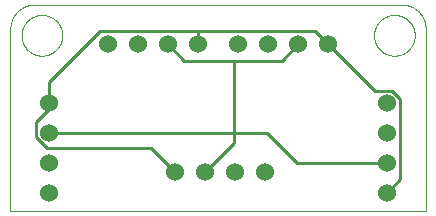
<source format=gtl>
G75*
%MOIN*%
%OFA0B0*%
%FSLAX25Y25*%
%IPPOS*%
%LPD*%
%AMOC8*
5,1,8,0,0,1.08239X$1,22.5*
%
%ADD10C,0.00000*%
%ADD11C,0.06000*%
%ADD12C,0.01000*%
D10*
X0001045Y0007391D02*
X0001045Y0068217D01*
X0001047Y0068407D01*
X0001054Y0068597D01*
X0001066Y0068787D01*
X0001082Y0068977D01*
X0001102Y0069166D01*
X0001128Y0069355D01*
X0001157Y0069543D01*
X0001192Y0069730D01*
X0001231Y0069916D01*
X0001274Y0070101D01*
X0001322Y0070286D01*
X0001374Y0070469D01*
X0001430Y0070650D01*
X0001491Y0070830D01*
X0001557Y0071009D01*
X0001626Y0071186D01*
X0001700Y0071362D01*
X0001778Y0071535D01*
X0001861Y0071707D01*
X0001947Y0071876D01*
X0002037Y0072044D01*
X0002132Y0072209D01*
X0002230Y0072372D01*
X0002333Y0072532D01*
X0002439Y0072690D01*
X0002549Y0072845D01*
X0002662Y0072998D01*
X0002780Y0073148D01*
X0002901Y0073294D01*
X0003025Y0073438D01*
X0003153Y0073579D01*
X0003284Y0073717D01*
X0003419Y0073852D01*
X0003557Y0073983D01*
X0003698Y0074111D01*
X0003842Y0074235D01*
X0003988Y0074356D01*
X0004138Y0074474D01*
X0004291Y0074587D01*
X0004446Y0074697D01*
X0004604Y0074803D01*
X0004764Y0074906D01*
X0004927Y0075004D01*
X0005092Y0075099D01*
X0005260Y0075189D01*
X0005429Y0075275D01*
X0005601Y0075358D01*
X0005774Y0075436D01*
X0005950Y0075510D01*
X0006127Y0075579D01*
X0006306Y0075645D01*
X0006486Y0075706D01*
X0006667Y0075762D01*
X0006850Y0075814D01*
X0007035Y0075862D01*
X0007220Y0075905D01*
X0007406Y0075944D01*
X0007593Y0075979D01*
X0007781Y0076008D01*
X0007970Y0076034D01*
X0008159Y0076054D01*
X0008349Y0076070D01*
X0008539Y0076082D01*
X0008729Y0076089D01*
X0008919Y0076091D01*
X0131593Y0076091D01*
X0131783Y0076089D01*
X0131973Y0076082D01*
X0132163Y0076070D01*
X0132353Y0076054D01*
X0132542Y0076034D01*
X0132731Y0076008D01*
X0132919Y0075979D01*
X0133106Y0075944D01*
X0133292Y0075905D01*
X0133477Y0075862D01*
X0133662Y0075814D01*
X0133845Y0075762D01*
X0134026Y0075706D01*
X0134206Y0075645D01*
X0134385Y0075579D01*
X0134562Y0075510D01*
X0134738Y0075436D01*
X0134911Y0075358D01*
X0135083Y0075275D01*
X0135252Y0075189D01*
X0135420Y0075099D01*
X0135585Y0075004D01*
X0135748Y0074906D01*
X0135908Y0074803D01*
X0136066Y0074697D01*
X0136221Y0074587D01*
X0136374Y0074474D01*
X0136524Y0074356D01*
X0136670Y0074235D01*
X0136814Y0074111D01*
X0136955Y0073983D01*
X0137093Y0073852D01*
X0137228Y0073717D01*
X0137359Y0073579D01*
X0137487Y0073438D01*
X0137611Y0073294D01*
X0137732Y0073148D01*
X0137850Y0072998D01*
X0137963Y0072845D01*
X0138073Y0072690D01*
X0138179Y0072532D01*
X0138282Y0072372D01*
X0138380Y0072209D01*
X0138475Y0072044D01*
X0138565Y0071876D01*
X0138651Y0071707D01*
X0138734Y0071535D01*
X0138812Y0071362D01*
X0138886Y0071186D01*
X0138955Y0071009D01*
X0139021Y0070830D01*
X0139082Y0070650D01*
X0139138Y0070469D01*
X0139190Y0070286D01*
X0139238Y0070101D01*
X0139281Y0069916D01*
X0139320Y0069730D01*
X0139355Y0069543D01*
X0139384Y0069355D01*
X0139410Y0069166D01*
X0139430Y0068977D01*
X0139446Y0068787D01*
X0139458Y0068597D01*
X0139465Y0068407D01*
X0139467Y0068217D01*
X0139467Y0007391D01*
X0001045Y0007391D01*
X0004754Y0065891D02*
X0004756Y0066058D01*
X0004762Y0066224D01*
X0004772Y0066391D01*
X0004787Y0066557D01*
X0004805Y0066722D01*
X0004828Y0066887D01*
X0004854Y0067052D01*
X0004884Y0067216D01*
X0004919Y0067379D01*
X0004958Y0067541D01*
X0005000Y0067702D01*
X0005046Y0067862D01*
X0005097Y0068021D01*
X0005151Y0068179D01*
X0005209Y0068335D01*
X0005271Y0068490D01*
X0005337Y0068643D01*
X0005406Y0068795D01*
X0005479Y0068944D01*
X0005556Y0069092D01*
X0005636Y0069238D01*
X0005720Y0069382D01*
X0005808Y0069524D01*
X0005898Y0069664D01*
X0005993Y0069801D01*
X0006090Y0069936D01*
X0006191Y0070069D01*
X0006295Y0070199D01*
X0006403Y0070327D01*
X0006513Y0070452D01*
X0006627Y0070574D01*
X0006743Y0070693D01*
X0006862Y0070809D01*
X0006984Y0070923D01*
X0007109Y0071033D01*
X0007237Y0071141D01*
X0007367Y0071245D01*
X0007500Y0071346D01*
X0007635Y0071443D01*
X0007772Y0071538D01*
X0007912Y0071628D01*
X0008054Y0071716D01*
X0008198Y0071800D01*
X0008344Y0071880D01*
X0008492Y0071957D01*
X0008641Y0072030D01*
X0008793Y0072099D01*
X0008946Y0072165D01*
X0009101Y0072227D01*
X0009257Y0072285D01*
X0009415Y0072339D01*
X0009574Y0072390D01*
X0009734Y0072436D01*
X0009895Y0072478D01*
X0010057Y0072517D01*
X0010220Y0072552D01*
X0010384Y0072582D01*
X0010549Y0072608D01*
X0010714Y0072631D01*
X0010879Y0072649D01*
X0011045Y0072664D01*
X0011212Y0072674D01*
X0011378Y0072680D01*
X0011545Y0072682D01*
X0011712Y0072680D01*
X0011878Y0072674D01*
X0012045Y0072664D01*
X0012211Y0072649D01*
X0012376Y0072631D01*
X0012541Y0072608D01*
X0012706Y0072582D01*
X0012870Y0072552D01*
X0013033Y0072517D01*
X0013195Y0072478D01*
X0013356Y0072436D01*
X0013516Y0072390D01*
X0013675Y0072339D01*
X0013833Y0072285D01*
X0013989Y0072227D01*
X0014144Y0072165D01*
X0014297Y0072099D01*
X0014449Y0072030D01*
X0014598Y0071957D01*
X0014746Y0071880D01*
X0014892Y0071800D01*
X0015036Y0071716D01*
X0015178Y0071628D01*
X0015318Y0071538D01*
X0015455Y0071443D01*
X0015590Y0071346D01*
X0015723Y0071245D01*
X0015853Y0071141D01*
X0015981Y0071033D01*
X0016106Y0070923D01*
X0016228Y0070809D01*
X0016347Y0070693D01*
X0016463Y0070574D01*
X0016577Y0070452D01*
X0016687Y0070327D01*
X0016795Y0070199D01*
X0016899Y0070069D01*
X0017000Y0069936D01*
X0017097Y0069801D01*
X0017192Y0069664D01*
X0017282Y0069524D01*
X0017370Y0069382D01*
X0017454Y0069238D01*
X0017534Y0069092D01*
X0017611Y0068944D01*
X0017684Y0068795D01*
X0017753Y0068643D01*
X0017819Y0068490D01*
X0017881Y0068335D01*
X0017939Y0068179D01*
X0017993Y0068021D01*
X0018044Y0067862D01*
X0018090Y0067702D01*
X0018132Y0067541D01*
X0018171Y0067379D01*
X0018206Y0067216D01*
X0018236Y0067052D01*
X0018262Y0066887D01*
X0018285Y0066722D01*
X0018303Y0066557D01*
X0018318Y0066391D01*
X0018328Y0066224D01*
X0018334Y0066058D01*
X0018336Y0065891D01*
X0018334Y0065724D01*
X0018328Y0065558D01*
X0018318Y0065391D01*
X0018303Y0065225D01*
X0018285Y0065060D01*
X0018262Y0064895D01*
X0018236Y0064730D01*
X0018206Y0064566D01*
X0018171Y0064403D01*
X0018132Y0064241D01*
X0018090Y0064080D01*
X0018044Y0063920D01*
X0017993Y0063761D01*
X0017939Y0063603D01*
X0017881Y0063447D01*
X0017819Y0063292D01*
X0017753Y0063139D01*
X0017684Y0062987D01*
X0017611Y0062838D01*
X0017534Y0062690D01*
X0017454Y0062544D01*
X0017370Y0062400D01*
X0017282Y0062258D01*
X0017192Y0062118D01*
X0017097Y0061981D01*
X0017000Y0061846D01*
X0016899Y0061713D01*
X0016795Y0061583D01*
X0016687Y0061455D01*
X0016577Y0061330D01*
X0016463Y0061208D01*
X0016347Y0061089D01*
X0016228Y0060973D01*
X0016106Y0060859D01*
X0015981Y0060749D01*
X0015853Y0060641D01*
X0015723Y0060537D01*
X0015590Y0060436D01*
X0015455Y0060339D01*
X0015318Y0060244D01*
X0015178Y0060154D01*
X0015036Y0060066D01*
X0014892Y0059982D01*
X0014746Y0059902D01*
X0014598Y0059825D01*
X0014449Y0059752D01*
X0014297Y0059683D01*
X0014144Y0059617D01*
X0013989Y0059555D01*
X0013833Y0059497D01*
X0013675Y0059443D01*
X0013516Y0059392D01*
X0013356Y0059346D01*
X0013195Y0059304D01*
X0013033Y0059265D01*
X0012870Y0059230D01*
X0012706Y0059200D01*
X0012541Y0059174D01*
X0012376Y0059151D01*
X0012211Y0059133D01*
X0012045Y0059118D01*
X0011878Y0059108D01*
X0011712Y0059102D01*
X0011545Y0059100D01*
X0011378Y0059102D01*
X0011212Y0059108D01*
X0011045Y0059118D01*
X0010879Y0059133D01*
X0010714Y0059151D01*
X0010549Y0059174D01*
X0010384Y0059200D01*
X0010220Y0059230D01*
X0010057Y0059265D01*
X0009895Y0059304D01*
X0009734Y0059346D01*
X0009574Y0059392D01*
X0009415Y0059443D01*
X0009257Y0059497D01*
X0009101Y0059555D01*
X0008946Y0059617D01*
X0008793Y0059683D01*
X0008641Y0059752D01*
X0008492Y0059825D01*
X0008344Y0059902D01*
X0008198Y0059982D01*
X0008054Y0060066D01*
X0007912Y0060154D01*
X0007772Y0060244D01*
X0007635Y0060339D01*
X0007500Y0060436D01*
X0007367Y0060537D01*
X0007237Y0060641D01*
X0007109Y0060749D01*
X0006984Y0060859D01*
X0006862Y0060973D01*
X0006743Y0061089D01*
X0006627Y0061208D01*
X0006513Y0061330D01*
X0006403Y0061455D01*
X0006295Y0061583D01*
X0006191Y0061713D01*
X0006090Y0061846D01*
X0005993Y0061981D01*
X0005898Y0062118D01*
X0005808Y0062258D01*
X0005720Y0062400D01*
X0005636Y0062544D01*
X0005556Y0062690D01*
X0005479Y0062838D01*
X0005406Y0062987D01*
X0005337Y0063139D01*
X0005271Y0063292D01*
X0005209Y0063447D01*
X0005151Y0063603D01*
X0005097Y0063761D01*
X0005046Y0063920D01*
X0005000Y0064080D01*
X0004958Y0064241D01*
X0004919Y0064403D01*
X0004884Y0064566D01*
X0004854Y0064730D01*
X0004828Y0064895D01*
X0004805Y0065060D01*
X0004787Y0065225D01*
X0004772Y0065391D01*
X0004762Y0065558D01*
X0004756Y0065724D01*
X0004754Y0065891D01*
X0122254Y0065891D02*
X0122256Y0066058D01*
X0122262Y0066224D01*
X0122272Y0066391D01*
X0122287Y0066557D01*
X0122305Y0066722D01*
X0122328Y0066887D01*
X0122354Y0067052D01*
X0122384Y0067216D01*
X0122419Y0067379D01*
X0122458Y0067541D01*
X0122500Y0067702D01*
X0122546Y0067862D01*
X0122597Y0068021D01*
X0122651Y0068179D01*
X0122709Y0068335D01*
X0122771Y0068490D01*
X0122837Y0068643D01*
X0122906Y0068795D01*
X0122979Y0068944D01*
X0123056Y0069092D01*
X0123136Y0069238D01*
X0123220Y0069382D01*
X0123308Y0069524D01*
X0123398Y0069664D01*
X0123493Y0069801D01*
X0123590Y0069936D01*
X0123691Y0070069D01*
X0123795Y0070199D01*
X0123903Y0070327D01*
X0124013Y0070452D01*
X0124127Y0070574D01*
X0124243Y0070693D01*
X0124362Y0070809D01*
X0124484Y0070923D01*
X0124609Y0071033D01*
X0124737Y0071141D01*
X0124867Y0071245D01*
X0125000Y0071346D01*
X0125135Y0071443D01*
X0125272Y0071538D01*
X0125412Y0071628D01*
X0125554Y0071716D01*
X0125698Y0071800D01*
X0125844Y0071880D01*
X0125992Y0071957D01*
X0126141Y0072030D01*
X0126293Y0072099D01*
X0126446Y0072165D01*
X0126601Y0072227D01*
X0126757Y0072285D01*
X0126915Y0072339D01*
X0127074Y0072390D01*
X0127234Y0072436D01*
X0127395Y0072478D01*
X0127557Y0072517D01*
X0127720Y0072552D01*
X0127884Y0072582D01*
X0128049Y0072608D01*
X0128214Y0072631D01*
X0128379Y0072649D01*
X0128545Y0072664D01*
X0128712Y0072674D01*
X0128878Y0072680D01*
X0129045Y0072682D01*
X0129212Y0072680D01*
X0129378Y0072674D01*
X0129545Y0072664D01*
X0129711Y0072649D01*
X0129876Y0072631D01*
X0130041Y0072608D01*
X0130206Y0072582D01*
X0130370Y0072552D01*
X0130533Y0072517D01*
X0130695Y0072478D01*
X0130856Y0072436D01*
X0131016Y0072390D01*
X0131175Y0072339D01*
X0131333Y0072285D01*
X0131489Y0072227D01*
X0131644Y0072165D01*
X0131797Y0072099D01*
X0131949Y0072030D01*
X0132098Y0071957D01*
X0132246Y0071880D01*
X0132392Y0071800D01*
X0132536Y0071716D01*
X0132678Y0071628D01*
X0132818Y0071538D01*
X0132955Y0071443D01*
X0133090Y0071346D01*
X0133223Y0071245D01*
X0133353Y0071141D01*
X0133481Y0071033D01*
X0133606Y0070923D01*
X0133728Y0070809D01*
X0133847Y0070693D01*
X0133963Y0070574D01*
X0134077Y0070452D01*
X0134187Y0070327D01*
X0134295Y0070199D01*
X0134399Y0070069D01*
X0134500Y0069936D01*
X0134597Y0069801D01*
X0134692Y0069664D01*
X0134782Y0069524D01*
X0134870Y0069382D01*
X0134954Y0069238D01*
X0135034Y0069092D01*
X0135111Y0068944D01*
X0135184Y0068795D01*
X0135253Y0068643D01*
X0135319Y0068490D01*
X0135381Y0068335D01*
X0135439Y0068179D01*
X0135493Y0068021D01*
X0135544Y0067862D01*
X0135590Y0067702D01*
X0135632Y0067541D01*
X0135671Y0067379D01*
X0135706Y0067216D01*
X0135736Y0067052D01*
X0135762Y0066887D01*
X0135785Y0066722D01*
X0135803Y0066557D01*
X0135818Y0066391D01*
X0135828Y0066224D01*
X0135834Y0066058D01*
X0135836Y0065891D01*
X0135834Y0065724D01*
X0135828Y0065558D01*
X0135818Y0065391D01*
X0135803Y0065225D01*
X0135785Y0065060D01*
X0135762Y0064895D01*
X0135736Y0064730D01*
X0135706Y0064566D01*
X0135671Y0064403D01*
X0135632Y0064241D01*
X0135590Y0064080D01*
X0135544Y0063920D01*
X0135493Y0063761D01*
X0135439Y0063603D01*
X0135381Y0063447D01*
X0135319Y0063292D01*
X0135253Y0063139D01*
X0135184Y0062987D01*
X0135111Y0062838D01*
X0135034Y0062690D01*
X0134954Y0062544D01*
X0134870Y0062400D01*
X0134782Y0062258D01*
X0134692Y0062118D01*
X0134597Y0061981D01*
X0134500Y0061846D01*
X0134399Y0061713D01*
X0134295Y0061583D01*
X0134187Y0061455D01*
X0134077Y0061330D01*
X0133963Y0061208D01*
X0133847Y0061089D01*
X0133728Y0060973D01*
X0133606Y0060859D01*
X0133481Y0060749D01*
X0133353Y0060641D01*
X0133223Y0060537D01*
X0133090Y0060436D01*
X0132955Y0060339D01*
X0132818Y0060244D01*
X0132678Y0060154D01*
X0132536Y0060066D01*
X0132392Y0059982D01*
X0132246Y0059902D01*
X0132098Y0059825D01*
X0131949Y0059752D01*
X0131797Y0059683D01*
X0131644Y0059617D01*
X0131489Y0059555D01*
X0131333Y0059497D01*
X0131175Y0059443D01*
X0131016Y0059392D01*
X0130856Y0059346D01*
X0130695Y0059304D01*
X0130533Y0059265D01*
X0130370Y0059230D01*
X0130206Y0059200D01*
X0130041Y0059174D01*
X0129876Y0059151D01*
X0129711Y0059133D01*
X0129545Y0059118D01*
X0129378Y0059108D01*
X0129212Y0059102D01*
X0129045Y0059100D01*
X0128878Y0059102D01*
X0128712Y0059108D01*
X0128545Y0059118D01*
X0128379Y0059133D01*
X0128214Y0059151D01*
X0128049Y0059174D01*
X0127884Y0059200D01*
X0127720Y0059230D01*
X0127557Y0059265D01*
X0127395Y0059304D01*
X0127234Y0059346D01*
X0127074Y0059392D01*
X0126915Y0059443D01*
X0126757Y0059497D01*
X0126601Y0059555D01*
X0126446Y0059617D01*
X0126293Y0059683D01*
X0126141Y0059752D01*
X0125992Y0059825D01*
X0125844Y0059902D01*
X0125698Y0059982D01*
X0125554Y0060066D01*
X0125412Y0060154D01*
X0125272Y0060244D01*
X0125135Y0060339D01*
X0125000Y0060436D01*
X0124867Y0060537D01*
X0124737Y0060641D01*
X0124609Y0060749D01*
X0124484Y0060859D01*
X0124362Y0060973D01*
X0124243Y0061089D01*
X0124127Y0061208D01*
X0124013Y0061330D01*
X0123903Y0061455D01*
X0123795Y0061583D01*
X0123691Y0061713D01*
X0123590Y0061846D01*
X0123493Y0061981D01*
X0123398Y0062118D01*
X0123308Y0062258D01*
X0123220Y0062400D01*
X0123136Y0062544D01*
X0123056Y0062690D01*
X0122979Y0062838D01*
X0122906Y0062987D01*
X0122837Y0063139D01*
X0122771Y0063292D01*
X0122709Y0063447D01*
X0122651Y0063603D01*
X0122597Y0063761D01*
X0122546Y0063920D01*
X0122500Y0064080D01*
X0122458Y0064241D01*
X0122419Y0064403D01*
X0122384Y0064566D01*
X0122354Y0064730D01*
X0122328Y0064895D01*
X0122305Y0065060D01*
X0122287Y0065225D01*
X0122272Y0065391D01*
X0122262Y0065558D01*
X0122256Y0065724D01*
X0122254Y0065891D01*
D11*
X0107045Y0062891D03*
X0097045Y0062891D03*
X0087045Y0062891D03*
X0077045Y0062891D03*
X0063545Y0062891D03*
X0053545Y0062891D03*
X0043545Y0062891D03*
X0033545Y0062891D03*
X0014045Y0043391D03*
X0014045Y0033391D03*
X0014045Y0023391D03*
X0014045Y0013391D03*
X0056045Y0020391D03*
X0066045Y0020391D03*
X0076045Y0020391D03*
X0086045Y0020391D03*
X0126545Y0023391D03*
X0126545Y0033391D03*
X0126545Y0043391D03*
X0126545Y0013391D03*
D12*
X0131045Y0017891D01*
X0131045Y0044689D01*
X0128244Y0047491D01*
X0122445Y0047491D01*
X0107045Y0062891D01*
X0102545Y0067391D01*
X0063545Y0067391D01*
X0063545Y0062891D01*
X0063545Y0067391D02*
X0031045Y0067391D01*
X0014045Y0050391D01*
X0014045Y0043391D01*
X0014045Y0041391D01*
X0009545Y0036891D01*
X0009545Y0032092D01*
X0013247Y0028391D01*
X0048045Y0028391D01*
X0056045Y0020391D01*
X0066045Y0020391D02*
X0075545Y0029891D01*
X0075545Y0033391D01*
X0086545Y0033391D01*
X0096545Y0023391D01*
X0126545Y0023391D01*
X0075545Y0033391D02*
X0014045Y0033391D01*
X0053545Y0062891D02*
X0059045Y0057391D01*
X0075545Y0057391D01*
X0075545Y0033391D01*
X0075545Y0057391D02*
X0091545Y0057391D01*
X0097045Y0062891D01*
X0053545Y0062891D02*
X0053045Y0062391D01*
M02*

</source>
